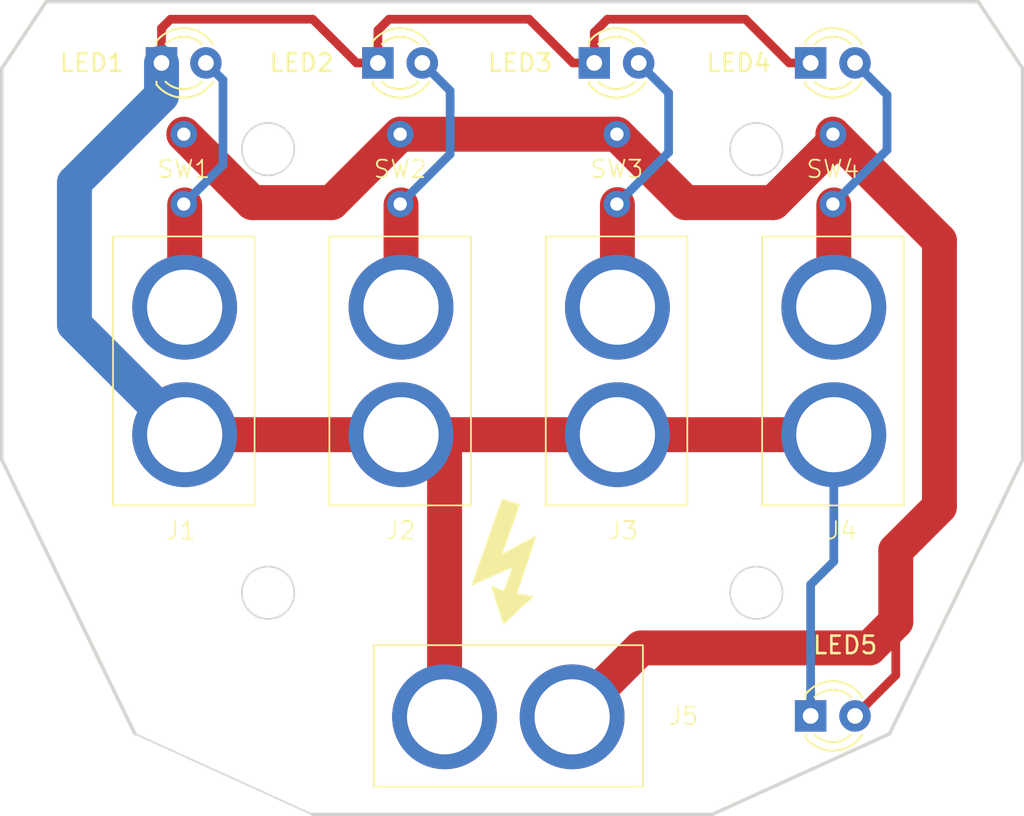
<source format=kicad_pcb>
(kicad_pcb (version 20221018) (generator pcbnew)
  (title_block (title "Power Board with Switches and LEDs") (company "01 Binary"))
  (layers (0 "F.Cu" signal) (31 "B.Cu" signal) (34 "B.Paste" user) (35 "F.Paste" user) (36 "B.SilkS" user "B.Silkscreen") (37 "F.SilkS" user "F.Silkscreen") (38 "B.Mask" user) (39 "F.Mask" user) (44 "Edge.Cuts" user))
  (net 0 "")
  (net 1 "Net-(LED1-A)")
  (net 2 "Net-(LED2-A)")
  (net 3 "Net-(LED3-A)")
  (net 4 "Net-(LED4-A)")
  (net 5 "GND")
  (net 6 "Net-(LED5-A)")
  (footprint "XT-60:XT-60-Measured" (layer "F.Cu") (at 152.0216 101.14 -90)
    (fp_text reference "J3" (at 9.140125 -0.378401 unlocked) (layer "F.SilkS") (effects (font (thickness 0.1))))
    (fp_text value "XT60PW-F" hide)
    (fp_rect (start -7.7 -4.05) (end 7.7 4.05) (stroke (width 0.1)) (fill none) (layer "F.SilkS"))
    (pad "1" thru_hole circle (at -3.65 -0.05 270) (size 6 6) (drill 4.3) (layers "*.Cu" "*.Mask") (net 3 "Net-(LED3-A)"))
    (pad "2" thru_hole circle (at 3.65 -0.05 270) (size 6 6) (drill 4.3) (layers "*.Cu" "*.Mask") (net 5 "GND"))
  )
  (footprint "XT-60:XT-60-Measured" (layer "F.Cu") (at 145.8306 120.8941 180)
    (fp_text reference "J5" (at -10.023536 -0.013501 unlocked) (layer "F.SilkS") (effects (font (thickness 0.1))))
    (fp_text value "XT60PW-F" hide)
    (fp_rect (start -7.7 -4.05) (end 7.7 4.05) (stroke (width 0.1)) (fill none) (layer "F.SilkS"))
    (pad "1" thru_hole circle (at -3.65 -0.05 180) (size 6 6) (drill 4.3) (layers "*.Cu" "*.Mask") (net 6 "Net-(LED5-A)"))
    (pad "2" thru_hole circle (at 3.65 -0.05 180) (size 6 6) (drill 4.3) (layers "*.Cu" "*.Mask") (net 5 "GND"))
  )
  (footprint "Button_Switch_THT:ExternalSwitch" (layer "F.Cu") (at 152.0418 89.5841)
    (fp_text reference "SW3" (at 0 0 unlocked) (layer "F.SilkS") (effects (font (thickness 0.1))))
    (fp_text value "ExternalSwitch" hide)
    (pad "1" thru_hole circle (at 0 -2) (size 1.524 1.524) (drill 0.762) (layers "*.Cu" "*.Mask") (net 6 "Net-(LED5-A)"))
    (pad "2" thru_hole circle (at 0 2) (size 1.524 1.524) (drill 0.762) (layers "*.Cu" "*.Mask") (net 3 "Net-(LED3-A)"))
  )
  (footprint "LED_THT:LED_D3.0mm" (layer "F.Cu") (at 125.9826 83.5031)
    (fp_text reference "LED1" (at -3.9826 -0.0031) (layer "F.SilkS"))
    (fp_text value "3V 20mA " hide)
    (fp_line (start -0.29 -1.236) (end -0.29 -1.08) (stroke (width 0.12)) (layer "F.SilkS"))
    (fp_line (start -0.29 1.08) (end -0.29 1.236) (stroke (width 0.12)) (layer "F.SilkS"))
    (fp_arc (start -0.29 -1.235516) (mid 1.366487 -1.987659) (end 2.942335 -1.078608) (stroke (width 0.12)) (layer "F.SilkS"))
    (fp_arc (start 0.229039 -1.08) (mid 1.270117 -1.5) (end 2.31113 -1.079837) (stroke (width 0.12)) (layer "F.SilkS"))
    (fp_arc (start 2.31113 1.079837) (mid 1.270117 1.5) (end 0.229039 1.08) (stroke (width 0.12)) (layer "F.SilkS"))
    (fp_arc (start 2.942335 1.078608) (mid 1.366487 1.987659) (end -0.29 1.235516) (stroke (width 0.12)) (layer "F.SilkS"))
    (pad "1" thru_hole rect (at 0 0) (size 1.8 1.8) (drill 0.9) (layers "*.Cu" "*.Mask") (net 5 "GND"))
    (pad "2" thru_hole circle (at 2.54 0) (size 1.8 1.8) (drill 0.9) (layers "*.Cu" "*.Mask") (net 1 "Net-(LED1-A)"))
  )
  (footprint "Button_Switch_THT:ExternalSwitch" (layer "F.Cu") (at 164.4036 89.5841)
    (fp_text reference "SW4" (at 0 0 unlocked) (layer "F.SilkS") (effects (font (thickness 0.1))))
    (fp_text value "ExternalSwitch" hide)
    (pad "1" thru_hole circle (at 0 -2) (size 1.524 1.524) (drill 0.762) (layers "*.Cu" "*.Mask") (net 6 "Net-(LED5-A)"))
    (pad "2" thru_hole circle (at 0 2) (size 1.524 1.524) (drill 0.762) (layers "*.Cu" "*.Mask") (net 4 "Net-(LED4-A)"))
  )
  (footprint "XT-60:XT-60-Measured" (layer "F.Cu") (at 127.2576 101.14 -90)
    (fp_text reference "J1" (at 9.140125 0.157262 unlocked) (layer "F.SilkS") (effects (font (thickness 0.1))))
    (fp_text value "XT60PW-F" hide)
    (fp_rect (start -7.7 -4.05) (end 7.7 4.05) (stroke (width 0.1)) (fill none) (layer "F.SilkS"))
    (pad "1" thru_hole circle (at -3.65 -0.05 270) (size 6 6) (drill 4.3) (layers "*.Cu" "*.Mask") (net 1 "Net-(LED1-A)"))
    (pad "2" thru_hole circle (at 3.65 -0.05 270) (size 6 6) (drill 4.3) (layers "*.Cu" "*.Mask") (net 5 "GND"))
  )
  (footprint "Button_Switch_THT:ExternalSwitch" (layer "F.Cu") (at 139.6396 89.5841)
    (fp_text reference "SW2" (at 0 0 unlocked) (layer "F.SilkS") (effects (font (thickness 0.1))))
    (fp_text value "ExternalSwitch" hide)
    (pad "1" thru_hole circle (at 0 -2) (size 1.524 1.524) (drill 0.762) (layers "*.Cu" "*.Mask") (net 6 "Net-(LED5-A)"))
    (pad "2" thru_hole circle (at 0 2) (size 1.524 1.524) (drill 0.762) (layers "*.Cu" "*.Mask") (net 2 "Net-(LED2-A)"))
  )
  (footprint "LED_THT:LED_D3.0mm" (layer "F.Cu") (at 150.7466 83.5031)
    (fp_text reference "LED3" (at -4.2466 -0.0031) (layer "F.SilkS"))
    (fp_text value "3V 20mA " hide)
    (fp_line (start -0.29 -1.236) (end -0.29 -1.08) (stroke (width 0.12)) (layer "F.SilkS"))
    (fp_line (start -0.29 1.08) (end -0.29 1.236) (stroke (width 0.12)) (layer "F.SilkS"))
    (fp_arc (start -0.29 -1.235516) (mid 1.366487 -1.987659) (end 2.942335 -1.078608) (stroke (width 0.12)) (layer "F.SilkS"))
    (fp_arc (start 0.229039 -1.08) (mid 1.270117 -1.5) (end 2.31113 -1.079837) (stroke (width 0.12)) (layer "F.SilkS"))
    (fp_arc (start 2.31113 1.079837) (mid 1.270117 1.5) (end 0.229039 1.08) (stroke (width 0.12)) (layer "F.SilkS"))
    (fp_arc (start 2.942335 1.078608) (mid 1.366487 1.987659) (end -0.29 1.235516) (stroke (width 0.12)) (layer "F.SilkS"))
    (pad "1" thru_hole rect (at 0 0) (size 1.8 1.8) (drill 0.9) (layers "*.Cu" "*.Mask") (net 5 "GND"))
    (pad "2" thru_hole circle (at 2.54 0) (size 1.8 1.8) (drill 0.9) (layers "*.Cu" "*.Mask") (net 3 "Net-(LED3-A)"))
  )
  (footprint "LED_THT:LED_D3.0mm" (layer "F.Cu") (at 163.1286 120.8941)
    (fp_text reference "LED5" (at 1.9714 -4.0541) (layer "F.SilkS"))
    (fp_text value "3V 20mA " hide)
    (fp_line (start -0.29 -1.236) (end -0.29 -1.08) (stroke (width 0.12)) (layer "F.SilkS"))
    (fp_line (start -0.29 1.08) (end -0.29 1.236) (stroke (width 0.12)) (layer "F.SilkS"))
    (fp_arc (start -0.29 -1.235516) (mid 1.366487 -1.987659) (end 2.942335 -1.078608) (stroke (width 0.12)) (layer "F.SilkS"))
    (fp_arc (start 0.229039 -1.08) (mid 1.270117 -1.5) (end 2.31113 -1.079837) (stroke (width 0.12)) (layer "F.SilkS"))
    (fp_arc (start 2.31113 1.079837) (mid 1.270117 1.5) (end 0.229039 1.08) (stroke (width 0.12)) (layer "F.SilkS"))
    (fp_arc (start 2.942335 1.078608) (mid 1.366487 1.987659) (end -0.29 1.235516) (stroke (width 0.12)) (layer "F.SilkS"))
    (pad "1" thru_hole rect (at 0 0) (size 1.8 1.8) (drill 0.9) (layers "*.Cu" "*.Mask") (net 5 "GND"))
    (pad "2" thru_hole circle (at 2.54 0) (size 1.8 1.8) (drill 0.9) (layers "*.Cu" "*.Mask") (net 6 "Net-(LED5-A)"))
  )
  (footprint "LED_THT:LED_D3.0mm" (layer "F.Cu") (at 163.1286 83.5031)
    (fp_text reference "LED4" (at -4.1286 -0.0031) (layer "F.SilkS"))
    (fp_text value "3V 20mA " hide)
    (fp_line (start -0.29 -1.236) (end -0.29 -1.08) (stroke (width 0.12)) (layer "F.SilkS"))
    (fp_line (start -0.29 1.08) (end -0.29 1.236) (stroke (width 0.12)) (layer "F.SilkS"))
    (fp_arc (start -0.29 -1.235516) (mid 1.366487 -1.987659) (end 2.942335 -1.078608) (stroke (width 0.12)) (layer "F.SilkS"))
    (fp_arc (start 0.229039 -1.08) (mid 1.270117 -1.5) (end 2.31113 -1.079837) (stroke (width 0.12)) (layer "F.SilkS"))
    (fp_arc (start 2.31113 1.079837) (mid 1.270117 1.5) (end 0.229039 1.08) (stroke (width 0.12)) (layer "F.SilkS"))
    (fp_arc (start 2.942335 1.078608) (mid 1.366487 1.987659) (end -0.29 1.235516) (stroke (width 0.12)) (layer "F.SilkS"))
    (pad "1" thru_hole rect (at 0 0) (size 1.8 1.8) (drill 0.9) (layers "*.Cu" "*.Mask") (net 5 "GND"))
    (pad "2" thru_hole circle (at 2.54 0) (size 1.8 1.8) (drill 0.9) (layers "*.Cu" "*.Mask") (net 4 "Net-(LED4-A)"))
  )
  (footprint "LED_THT:LED_D3.0mm" (layer "F.Cu") (at 138.3646 83.5031)
    (fp_text reference "LED2" (at -4.3646 -0.0031) (layer "F.SilkS"))
    (fp_text value "3V 20mA " hide)
    (fp_line (start -0.29 -1.236) (end -0.29 -1.08) (stroke (width 0.12)) (layer "F.SilkS"))
    (fp_line (start -0.29 1.08) (end -0.29 1.236) (stroke (width 0.12)) (layer "F.SilkS"))
    (fp_arc (start -0.29 -1.235516) (mid 1.366487 -1.987659) (end 2.942335 -1.078608) (stroke (width 0.12)) (layer "F.SilkS"))
    (fp_arc (start 0.229039 -1.08) (mid 1.270117 -1.5) (end 2.31113 -1.079837) (stroke (width 0.12)) (layer "F.SilkS"))
    (fp_arc (start 2.31113 1.079837) (mid 1.270117 1.5) (end 0.229039 1.08) (stroke (width 0.12)) (layer "F.SilkS"))
    (fp_arc (start 2.942335 1.078608) (mid 1.366487 1.987659) (end -0.29 1.235516) (stroke (width 0.12)) (layer "F.SilkS"))
    (pad "1" thru_hole rect (at 0 0) (size 1.8 1.8) (drill 0.9) (layers "*.Cu" "*.Mask") (net 5 "GND"))
    (pad "2" thru_hole circle (at 2.54 0) (size 1.8 1.8) (drill 0.9) (layers "*.Cu" "*.Mask") (net 2 "Net-(LED2-A)"))
  )
  (footprint "XT-60:XT-60-Measured" (layer "F.Cu") (at 139.6396 101.14 -90)
    (fp_text reference "J2" (at 9.140125 -0.019072 unlocked) (layer "F.SilkS") (effects (font (thickness 0.1))))
    (fp_text value "XT60PW-F" hide)
    (fp_rect (start -7.7 -4.05) (end 7.7 4.05) (stroke (width 0.1)) (fill none) (layer "F.SilkS"))
    (pad "1" thru_hole circle (at -3.65 -0.05 270) (size 6 6) (drill 4.3) (layers "*.Cu" "*.Mask") (net 2 "Net-(LED2-A)"))
    (pad "2" thru_hole circle (at 3.65 -0.05 270) (size 6 6) (drill 4.3) (layers "*.Cu" "*.Mask") (net 5 "GND"))
  )
  (footprint "XT-60:XT-60-Measured" (layer "F.Cu") (at 164.4036 101.14 -90)
    (fp_text reference "J4" (at 9.140125 -0.5 unlocked) (layer "F.SilkS") (effects (font (thickness 0.1))))
    (fp_text value "XT60PW-F" hide)
    (fp_rect (start -7.7 -4.05) (end 7.7 4.05) (stroke (width 0.1)) (fill none) (layer "F.SilkS"))
    (pad "1" thru_hole circle (at -3.65 -0.05 270) (size 6 6) (drill 4.3) (layers "*.Cu" "*.Mask") (net 4 "Net-(LED4-A)"))
    (pad "2" thru_hole circle (at 3.65 -0.05 270) (size 6 6) (drill 4.3) (layers "*.Cu" "*.Mask") (net 5 "GND"))
  )
  (footprint "Button_Switch_THT:ExternalSwitch" (layer "F.Cu") (at 127.2576 89.5841)
    (fp_text reference "SW1" (at 0 0 unlocked) (layer "F.SilkS") (effects (font (thickness 0.1))))
    (fp_text value "ExternalSwitch" hide)
    (pad "1" thru_hole circle (at 0 -2) (size 1.524 1.524) (drill 0.762) (layers "*.Cu" "*.Mask") (net 6 "Net-(LED5-A)"))
    (pad "2" thru_hole circle (at 0 2) (size 1.524 1.524) (drill 0.762) (layers "*.Cu" "*.Mask") (net 1 "Net-(LED1-A)"))
  )
  (gr_poly (pts (xy 146.495681 108.775129) (xy 145.490263 111.60617) (xy 147.448181 110.547838) (xy 146.336931 113.881587) (xy 147.289431 114.040337) (xy 145.54318 115.680754) (xy 144.828805 113.431795) (xy 145.56964 113.722837) (xy 146.045889 112.399921) (xy 143.717555 113.431795) (xy 145.463806 108.45763)) (fill solid) (layer "F.SilkS"))
  (gr_line (start 134.62 126.54) (end 157.48 126.54) (stroke (width 0.2)) (layer "Edge.Cuts"))
  (gr_circle (center 160.02 88.44) (end 161.52 88.44) (stroke (width 0.1)) (fill none) (layer "Edge.Cuts"))
  (gr_line (start 175.26 83.82) (end 172.72 80) (stroke (width 0.2)) (layer "Edge.Cuts"))
  (gr_line (start 119.38 80) (end 116.84 83.82) (stroke (width 0.2)) (layer "Edge.Cuts"))
  (gr_line (start 119.38 80) (end 172.72 80) (stroke (width 0.2)) (layer "Edge.Cuts"))
  (gr_line (start 175.26 83.82) (end 175.26 106.22) (stroke (width 0.2)) (layer "Edge.Cuts"))
  (gr_circle (center 160.02 113.84) (end 161.52 113.84) (stroke (width 0.1)) (fill none) (layer "Edge.Cuts"))
  (gr_circle (center 132.08 113.84) (end 133.58 113.84) (stroke (width 0.1)) (fill none) (layer "Edge.Cuts"))
  (gr_line (start 116.84 83.82) (end 116.84 106.22) (stroke (width 0.2)) (layer "Edge.Cuts"))
  (gr_line (start 175.26 106.22) (end 167.64 121.92) (stroke (width 0.2)) (layer "Edge.Cuts"))
  (gr_line (start 134.62 126.54) (end 124.46 121.92) (stroke (width 0.1)) (layer "Edge.Cuts"))
  (gr_circle (center 132.08 88.44) (end 133.58 88.44) (stroke (width 0.1)) (fill none) (layer "Edge.Cuts"))
  (gr_line (start 167.64 121.92) (end 157.48 126.54) (stroke (width 0.2)) (layer "Edge.Cuts"))
  (gr_line (start 116.84 106.22) (end 124.46 121.92) (stroke (width 0.2)) (layer "Edge.Cuts"))
  (segment (start 127.2576 91.5841) (end 127.3076 91.6341) (width 0.25) (layer "F.Cu") (net 1))
  (segment (start 127.3076 91.6341) (end 127.3076 97.49) (width 2) (layer "F.Cu") (net 1))
  (segment (start 129.5 84.4805) (end 129.5 89.3417) (width 0.5) (layer "B.Cu") (net 1))
  (segment (start 129.5 89.3417) (end 127.2576 91.5841) (width 0.5) (layer "B.Cu") (net 1))
  (segment (start 128.5226 83.5031) (end 129.5 84.4805) (width 0.5) (layer "B.Cu") (net 1))
  (segment (start 139.6896 91.6341) (end 139.6896 97.49) (width 2) (layer "F.Cu") (net 2))
  (segment (start 139.6396 91.5841) (end 139.6896 91.6341) (width 0.25) (layer "F.Cu") (net 2))
  (segment (start 142.5 85.0985) (end 142.5 88.7237) (width 0.5) (layer "B.Cu") (net 2))
  (segment (start 140.9046 83.5031) (end 142.5 85.0985) (width 0.5) (layer "B.Cu") (net 2))
  (segment (start 142.5 88.7237) (end 139.6396 91.5841) (width 0.5) (layer "B.Cu") (net 2))
  (segment (start 152.0716 91.6139) (end 152.0716 97.49) (width 2) (layer "F.Cu") (net 3))
  (segment (start 152.0418 91.5841) (end 152.0716 91.6139) (width 0.25) (layer "F.Cu") (net 3))
  (segment (start 155 85.2165) (end 155 88.6259) (width 0.5) (layer "B.Cu") (net 3))
  (segment (start 153.2866 83.5031) (end 155 85.2165) (width 0.5) (layer "B.Cu") (net 3))
  (segment (start 155 88.6259) (end 152.0418 91.5841) (width 0.5) (layer "B.Cu") (net 3))
  (segment (start 164.4036 91.5841) (end 164.4536 91.6341) (width 0.25) (layer "F.Cu") (net 4))
  (segment (start 164.4536 91.6341) (end 164.4536 97.49) (width 2) (layer "F.Cu") (net 4))
  (segment (start 165.6686 83.5031) (end 167.5 85.3345) (width 0.5) (layer "B.Cu") (net 4))
  (segment (start 167.5 88.4877) (end 164.4036 91.5841) (width 0.5) (layer "B.Cu") (net 4))
  (segment (start 167.5 85.3345) (end 167.5 88.4877) (width 0.5) (layer "B.Cu") (net 4))
  (segment (start 142.1806 104.79) (end 142.1806 120.9441) (width 2) (layer "F.Cu") (net 5))
  (segment (start 151.5 81) (end 150.7466 81.7534) (width 0.5) (layer "F.Cu") (net 5))
  (segment (start 139.6896 104.79) (end 142.1806 104.79) (width 0.25) (layer "F.Cu") (net 5))
  (segment (start 164.4536 104.79) (end 152.0716 104.79) (width 2) (layer "F.Cu") (net 5))
  (segment (start 142.1806 104.79) (end 152.0716 104.79) (width 2) (layer "F.Cu") (net 5))
  (segment (start 137.1377 83.5031) (end 134.6346 81) (width 0.5) (layer "F.Cu") (net 5))
  (segment (start 126.5 81) (end 125.9826 81.5174) (width 0.5) (layer "F.Cu") (net 5))
  (segment (start 161.9017 83.5031) (end 159.3986 81) (width 0.5) (layer "F.Cu") (net 5))
  (segment (start 138.3646 81.6354) (end 138.3646 83.5031) (width 0.5) (layer "F.Cu") (net 5))
  (segment (start 150.7466 81.7534) (end 150.7466 83.5031) (width 0.5) (layer "F.Cu") (net 5))
  (segment (start 159.3986 81) (end 151.5 81) (width 0.5) (layer "F.Cu") (net 5))
  (segment (start 163.1286 83.5031) (end 161.9017 83.5031) (width 0.5) (layer "F.Cu") (net 5))
  (segment (start 139 81) (end 138.3646 81.6354) (width 0.5) (layer "F.Cu") (net 5))
  (segment (start 127.3076 104.79) (end 139.6896 104.79) (width 2) (layer "F.Cu") (net 5))
  (segment (start 150.7466 83.5031) (end 149.5197 83.5031) (width 0.5) (layer "F.Cu") (net 5))
  (segment (start 134.6346 81) (end 126.5 81) (width 0.5) (layer "F.Cu") (net 5))
  (segment (start 138.3646 83.5031) (end 137.1377 83.5031) (width 0.5) (layer "F.Cu") (net 5))
  (segment (start 149.5197 83.5031) (end 147.0166 81) (width 0.5) (layer "F.Cu") (net 5))
  (segment (start 125.9826 81.5174) (end 125.9826 83.5031) (width 0.5) (layer "F.Cu") (net 5))
  (segment (start 147.0166 81) (end 139 81) (width 0.5) (layer "F.Cu") (net 5))
  (segment (start 125.9826 85.3737) (end 121 90.3563) (width 2) (layer "B.Cu") (net 5))
  (segment (start 125.9826 83.5031) (end 125.9826 85.3737) (width 2) (layer "B.Cu") (net 5))
  (segment (start 163.1286 113.3714) (end 163.1286 120.8941) (width 0.5) (layer "B.Cu") (net 5))
  (segment (start 121 98.4824) (end 127.3076 104.79) (width 2) (layer "B.Cu") (net 5))
  (segment (start 164.4536 104.79) (end 164.4536 112.0464) (width 0.5) (layer "B.Cu") (net 5))
  (segment (start 121 90.3563) (end 121 98.4824) (width 2) (layer "B.Cu") (net 5))
  (segment (start 164.4536 112.0464) (end 163.1286 113.3714) (width 0.5) (layer "B.Cu") (net 5))
  (segment (start 135.7237 91.5) (end 131.1735 91.5) (width 2) (layer "F.Cu") (net 6))
  (segment (start 170.5 93.6805) (end 164.4036 87.5841) (width 2) (layer "F.Cu") (net 6))
  (segment (start 153.4247 117) (end 166.5 117) (width 2) (layer "F.Cu") (net 6))
  (segment (start 139.6396 87.5841) (end 135.7237 91.5) (width 2) (layer "F.Cu") (net 6))
  (segment (start 168 118.5627) (end 168 115.5) (width 0.5) (layer "F.Cu") (net 6))
  (segment (start 152.0418 87.5841) (end 139.6396 87.5841) (width 2) (layer "F.Cu") (net 6))
  (segment (start 166.5 117) (end 168 115.5) (width 2) (layer "F.Cu") (net 6))
  (segment (start 168 111.415) (end 170.5 108.915) (width 2) (layer "F.Cu") (net 6))
  (segment (start 149.4806 120.9441) (end 153.4247 117) (width 2) (layer "F.Cu") (net 6))
  (segment (start 170.5 108.915) (end 170.5 93.6805) (width 2) (layer "F.Cu") (net 6))
  (segment (start 164.4036 88.0964) (end 161 91.5) (width 2) (layer "F.Cu") (net 6))
  (segment (start 161 91.5) (end 155.9577 91.5) (width 2) (layer "F.Cu") (net 6))
  (segment (start 164.4036 87.5841) (end 164.4036 88.0964) (width 2) (layer "F.Cu") (net 6))
  (segment (start 168 111.415) (end 168 115.5) (width 2) (layer "F.Cu") (net 6))
  (segment (start 165.6686 120.8941) (end 168 118.5627) (width 0.5) (layer "F.Cu") (net 6))
  (segment (start 155.9577 91.5) (end 152.0418 87.5841) (width 2) (layer "F.Cu") (net 6))
  (segment (start 131.1735 91.5) (end 127.2576 87.5841) (width 2) (layer "F.Cu") (net 6))
)
</source>
